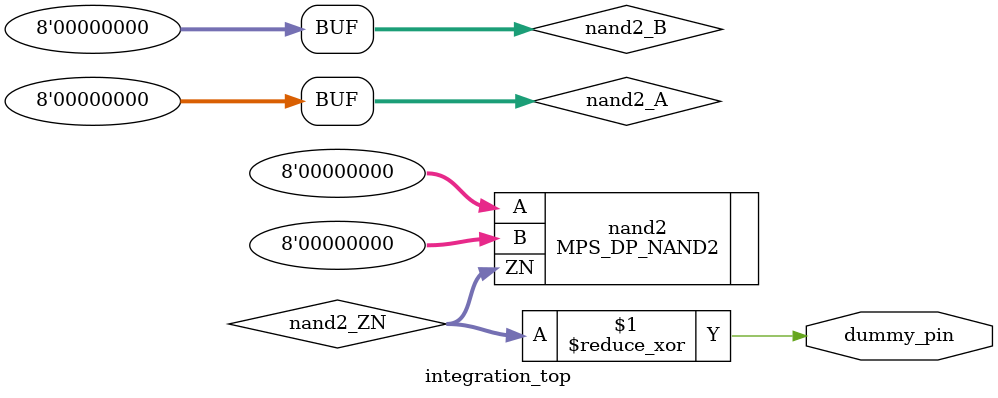
<source format=sv>

module integration_top(output wire dummy_pin);

  wire [7:0] nand2_ZN;
  wire [7:0] nand2_A;
  wire [7:0] nand2_B;

  assign dummy_pin = ^nand2_ZN[7:0];

  //------------------------------------------
  // NAND2
  //------------------------------------------
  assign nand2_A[7:0]  = 8'b00000000;
  assign nand2_B[7:0]  = 8'b00000000; 

  MPS_DP_NAND2 #(.WIDTH(8))  nand2(
  .ZN   (nand2_ZN[7:0]),
  .A    (nand2_A[7:0]),
  .B    (nand2_B[7:0]));

endmodule : integration_top

</source>
